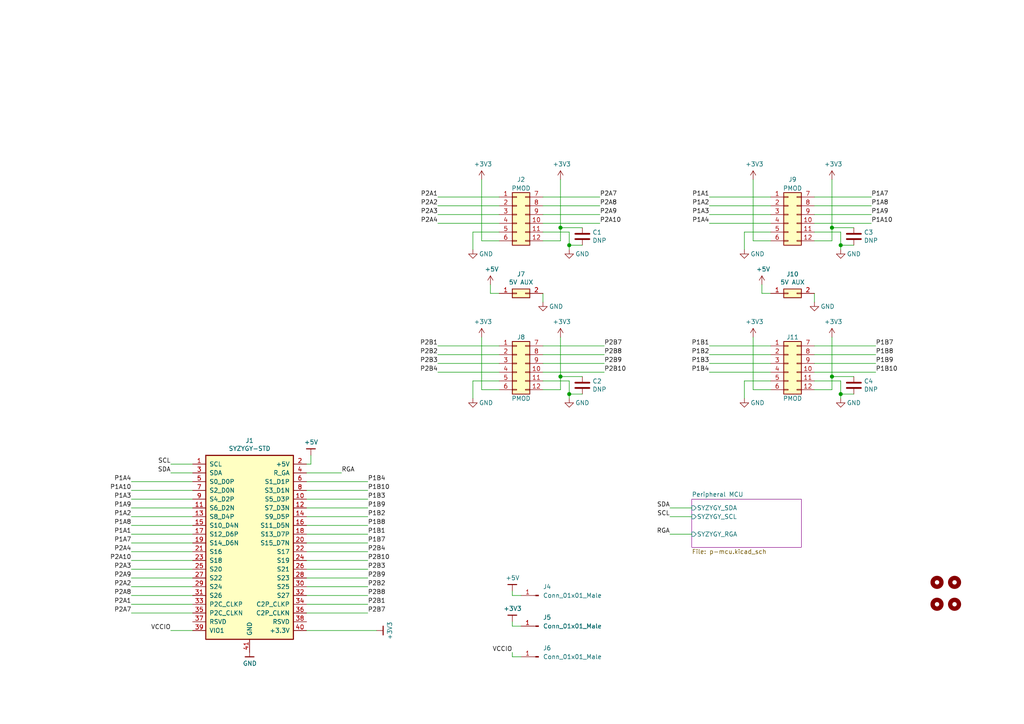
<source format=kicad_sch>
(kicad_sch (version 20201015) (generator eeschema)
  (paper "A4")
  (title_block (title "SYZYGY PMOD Breakout") (date "2020-12-16") (rev "r1.0") (company "GsD - @gregdavill") (comment 1 "SYZYGY Pod"))
  (lib_symbols
    (symbol "Connector:Conn_01x01_Male" (pin_names (offset 1.016) hide)
      (property "Reference" "J" (at 0 2.54 0))
      (property "Value" "Conn_01x01_Male" (at 0 -2.54 0))
      (symbol "Conn_01x01_Male_1_1"
        (rectangle (start 0.8636 0.127) (end 0 -0.127) (stroke (width 0.1524)) (fill (type outline)))
        (polyline (pts (xy 1.27 0) (xy 0.8636 0)) (stroke (width 0.1524)))
        (pin passive line (at 5.08 0 180) (length 3.81) (name "Pin_1") (number "1"))
      )
    )
    (symbol "Connector_Generic:Conn_02x01" (pin_names (offset 1.016) hide)
      (property "Reference" "J" (at 1.27 2.54 0))
      (property "Value" "Conn_02x01" (at 1.27 -2.54 0))
      (symbol "Conn_02x01_1_1"
        (rectangle (start -1.27 0.127) (end 0 -0.127) (stroke (width 0.1524)))
        (rectangle (start -1.27 1.27) (end 3.81 -1.27) (stroke (width 0.254)) (fill (type background)))
        (rectangle (start 3.81 0.127) (end 2.54 -0.127) (stroke (width 0.1524)))
        (pin passive line (at -5.08 0 0) (length 3.81) (name "Pin_1") (number "1"))
        (pin passive line (at 7.62 0 180) (length 3.81) (name "Pin_2") (number "2"))
      )
    )
    (symbol "Connector_Generic:Conn_02x06_Top_Bottom" (pin_names (offset 1.016) hide)
      (property "Reference" "J" (at 1.27 7.62 0))
      (property "Value" "Conn_02x06_Top_Bottom" (at 1.27 -10.16 0))
      (symbol "Conn_02x06_Top_Bottom_1_1"
        (rectangle (start -1.27 -4.953) (end 0 -5.207) (stroke (width 0.1524)))
        (rectangle (start -1.27 -7.493) (end 0 -7.747) (stroke (width 0.1524)))
        (rectangle (start -1.27 -2.413) (end 0 -2.667) (stroke (width 0.1524)))
        (rectangle (start -1.27 2.667) (end 0 2.413) (stroke (width 0.1524)))
        (rectangle (start -1.27 5.207) (end 0 4.953) (stroke (width 0.1524)))
        (rectangle (start -1.27 6.35) (end 3.81 -8.89) (stroke (width 0.254)) (fill (type background)))
        (rectangle (start -1.27 0.127) (end 0 -0.127) (stroke (width 0.1524)))
        (rectangle (start 3.81 -4.953) (end 2.54 -5.207) (stroke (width 0.1524)))
        (rectangle (start 3.81 -7.493) (end 2.54 -7.747) (stroke (width 0.1524)))
        (rectangle (start 3.81 -2.413) (end 2.54 -2.667) (stroke (width 0.1524)))
        (rectangle (start 3.81 2.667) (end 2.54 2.413) (stroke (width 0.1524)))
        (rectangle (start 3.81 5.207) (end 2.54 4.953) (stroke (width 0.1524)))
        (rectangle (start 3.81 0.127) (end 2.54 -0.127) (stroke (width 0.1524)))
        (pin passive line (at -5.08 5.08 0) (length 3.81) (name "Pin_1") (number "1"))
        (pin passive line (at 7.62 -2.54 180) (length 3.81) (name "Pin_10") (number "10"))
        (pin passive line (at 7.62 -5.08 180) (length 3.81) (name "Pin_11") (number "11"))
        (pin passive line (at 7.62 -7.62 180) (length 3.81) (name "Pin_12") (number "12"))
        (pin passive line (at -5.08 2.54 0) (length 3.81) (name "Pin_2") (number "2"))
        (pin passive line (at -5.08 0 0) (length 3.81) (name "Pin_3") (number "3"))
        (pin passive line (at -5.08 -2.54 0) (length 3.81) (name "Pin_4") (number "4"))
        (pin passive line (at -5.08 -5.08 0) (length 3.81) (name "Pin_5") (number "5"))
        (pin passive line (at -5.08 -7.62 0) (length 3.81) (name "Pin_6") (number "6"))
        (pin passive line (at 7.62 5.08 180) (length 3.81) (name "Pin_7") (number "7"))
        (pin passive line (at 7.62 2.54 180) (length 3.81) (name "Pin_8") (number "8"))
        (pin passive line (at 7.62 0 180) (length 3.81) (name "Pin_9") (number "9"))
      )
    )
    (symbol "Mechanical:MountingHole" (pin_names (offset 1.016))
      (property "Reference" "H" (at 0 5.08 0))
      (property "Value" "MountingHole" (at 0 3.175 0))
      (symbol "MountingHole_0_1"
        (circle (center 0 0) (radius 1.27) (stroke (width 1.27)))
      )
    )
    (symbol "gkl_power:+3V3" (power) (pin_names (offset 0))
      (property "Value" "+3V3" (at 0 3.556 0))
      (symbol "+3V3_0_1"
        (polyline (pts (xy -1.27 1.905) (xy 1.27 1.905)) (stroke (width 0.3048)))
        (polyline (pts (xy 0 0) (xy 0 1.905)))
      )
      (symbol "+3V3_1_1"
        (pin power_in line (at 0 0 90) (length 0) hide (name "+3V3") (number "1"))
      )
    )
    (symbol "gkl_power:+5V" (power) (pin_names (offset 0))
      (property "Value" "+5V" (at 0 3.175 0))
      (symbol "+5V_0_1"
        (polyline (pts (xy -1.27 1.905) (xy 1.27 1.905)) (stroke (width 0.3048)))
        (polyline (pts (xy 0 0) (xy 0 1.905)))
      )
      (symbol "+5V_1_1"
        (pin power_in line (at 0 0 90) (length 0) hide (name "+5V") (number "1"))
      )
    )
    (symbol "gkl_power:GND" (power) (pin_names (offset 0))
      (property "Value" "GND" (at 0 -2.54 0))
      (symbol "GND_0_1"
        (polyline (pts (xy 0 -1.27) (xy 0 0)))
        (polyline (pts (xy 1.27 -1.27) (xy -1.27 -1.27)) (stroke (width 0.3048)))
      )
      (symbol "GND_1_1"
        (pin power_in line (at 0 0 270) (length 0) hide (name "GND") (number "1"))
      )
    )
    (symbol "gsd-kicad:SYZYGY-STD" (pin_names (offset 1.016))
      (property "Reference" "J" (at 0 27.94 0))
      (property "Value" "SYZYGY-STD" (at 0 25.4 0))
      (symbol "SYZYGY-STD_0_1"
        (rectangle (start -12.7 24.13) (end 12.7 -29.21) (stroke (width 0.3302)) (fill (type background)))
      )
      (symbol "SYZYGY-STD_1_1"
        (pin input line (at -16.51 21.59 0) (length 3.81) (name "SCL") (number "1"))
        (pin input line (at 16.51 11.43 180) (length 3.81) (name "S5_D3P") (number "10"))
        (pin input line (at -16.51 8.89 0) (length 3.81) (name "S6_D2N") (number "11"))
        (pin input line (at 16.51 8.89 180) (length 3.81) (name "S7_D3N") (number "12"))
        (pin input line (at -16.51 6.35 0) (length 3.81) (name "S8_D4P") (number "13"))
        (pin input line (at 16.51 6.35 180) (length 3.81) (name "S9_D5P") (number "14"))
        (pin input line (at -16.51 3.81 0) (length 3.81) (name "S10_D4N") (number "15"))
        (pin input line (at 16.51 3.81 180) (length 3.81) (name "S11_D5N") (number "16"))
        (pin input line (at -16.51 1.27 0) (length 3.81) (name "S12_D6P") (number "17"))
        (pin input line (at 16.51 1.27 180) (length 3.81) (name "S13_D7P") (number "18"))
        (pin input line (at -16.51 -1.27 0) (length 3.81) (name "S14_D6N") (number "19"))
        (pin input line (at 16.51 21.59 180) (length 3.81) (name "+5V") (number "2"))
        (pin input line (at 16.51 -1.27 180) (length 3.81) (name "S15_D7N") (number "20"))
        (pin input line (at -16.51 -3.81 0) (length 3.81) (name "S16") (number "21"))
        (pin input line (at 16.51 -3.81 180) (length 3.81) (name "S17") (number "22"))
        (pin input line (at -16.51 -6.35 0) (length 3.81) (name "S18") (number "23"))
        (pin input line (at 16.51 -6.35 180) (length 3.81) (name "S19") (number "24"))
        (pin input line (at -16.51 -8.89 0) (length 3.81) (name "S20") (number "25"))
        (pin input line (at 16.51 -8.89 180) (length 3.81) (name "S21") (number "26"))
        (pin input line (at -16.51 -11.43 0) (length 3.81) (name "S22") (number "27"))
        (pin input line (at 16.51 -11.43 180) (length 3.81) (name "S23") (number "28"))
        (pin input line (at -16.51 -13.97 0) (length 3.81) (name "S24") (number "29"))
        (pin input line (at -16.51 19.05 0) (length 3.81) (name "SDA") (number "3"))
        (pin input line (at 16.51 -13.97 180) (length 3.81) (name "S25") (number "30"))
        (pin input line (at -16.51 -16.51 0) (length 3.81) (name "S26") (number "31"))
        (pin input line (at 16.51 -16.51 180) (length 3.81) (name "S27") (number "32"))
        (pin input line (at -16.51 -19.05 0) (length 3.81) (name "P2C_CLKP") (number "33"))
        (pin input line (at 16.51 -19.05 180) (length 3.81) (name "C2P_CLKP") (number "34"))
        (pin input line (at -16.51 -21.59 0) (length 3.81) (name "P2C_CLKN") (number "35"))
        (pin input line (at 16.51 -21.59 180) (length 3.81) (name "C2P_CLKN") (number "36"))
        (pin input line (at -16.51 -24.13 0) (length 3.81) (name "RSVD") (number "37"))
        (pin input line (at 16.51 -24.13 180) (length 3.81) (name "RSVD") (number "38"))
        (pin input line (at -16.51 -26.67 0) (length 3.81) (name "VIO1") (number "39"))
        (pin input line (at 16.51 19.05 180) (length 3.81) (name "R_GA") (number "4"))
        (pin input line (at 16.51 -26.67 180) (length 3.81) (name "+3.3V") (number "40"))
        (pin input line (at 0 -33.02 90) (length 3.81) (name "GND") (number "41"))
        (pin input line (at -16.51 16.51 0) (length 3.81) (name "S0_D0P") (number "5"))
        (pin input line (at 16.51 16.51 180) (length 3.81) (name "S1_D1P") (number "6"))
        (pin input line (at -16.51 13.97 0) (length 3.81) (name "S2_D0N") (number "7"))
        (pin input line (at 16.51 13.97 180) (length 3.81) (name "S3_D1N") (number "8"))
        (pin input line (at -16.51 11.43 0) (length 3.81) (name "S4_D2P") (number "9"))
      )
    )
    (symbol "icebreaker-rescue:pkl_C-pkl_device" (pin_numbers hide) (pin_names (offset 0.254))
      (property "Reference" "C" (at 0.635 2.54 0))
      (property "Value" "pkl_C-pkl_device" (at 0.635 -2.54 0))
      (symbol "pkl_C-pkl_device_0_1"
        (polyline (pts (xy -2.032 -0.762) (xy 2.032 -0.762)) (stroke (width 0.508)))
        (polyline (pts (xy -2.032 0.762) (xy 2.032 0.762)) (stroke (width 0.508)))
      )
      (symbol "pkl_C-pkl_device_1_1"
        (pin passive line (at 0 2.54 270) (length 1.524) (name "~") (number "1"))
        (pin passive line (at 0 -2.54 90) (length 1.524) (name "~") (number "2"))
      )
    )
    (symbol "power:+3V3" (power) (pin_names (offset 0))
      (property "Value" "+3V3" (at 0 3.556 0))
      (symbol "+3V3_0_1"
        (polyline (pts (xy -0.762 1.27) (xy 0 2.54)))
        (polyline (pts (xy 0 0) (xy 0 2.54)))
        (polyline (pts (xy 0 2.54) (xy 0.762 1.27)))
      )
      (symbol "+3V3_1_1"
        (pin power_in line (at 0 0 90) (length 0) hide (name "+3V3") (number "1"))
      )
    )
    (symbol "power:+5V" (power) (pin_names (offset 0))
      (property "Value" "+5V" (at 0 3.556 0))
      (symbol "+5V_0_1"
        (polyline (pts (xy -0.762 1.27) (xy 0 2.54)))
        (polyline (pts (xy 0 0) (xy 0 2.54)))
        (polyline (pts (xy 0 2.54) (xy 0.762 1.27)))
      )
      (symbol "+5V_1_1"
        (pin power_in line (at 0 0 90) (length 0) hide (name "+5V") (number "1"))
      )
    )
    (symbol "power:GND" (power) (pin_names (offset 0))
      (property "Value" "GND" (at 0 -3.81 0))
      (symbol "GND_0_1"
        (polyline (pts (xy 0 0) (xy 0 -1.27) (xy 1.27 -1.27) (xy 0 -2.54) (xy -1.27 -1.27) (xy 0 -1.27)))
      )
      (symbol "GND_1_1"
        (pin power_in line (at 0 0 270) (length 0) hide (name "GND") (number "1"))
      )
    )
  )
  (bus_alias "GPDI" (members "CK_N" "CK_P" "D0_N" "D0_P" "D1_N" "D1_P" "D2_N" "D2_P"))
  (junction (at 162.56 66.04) (diameter 1.016))
  (junction (at 162.56 109.22) (diameter 1.016))
  (junction (at 165.1 71.12) (diameter 1.016))
  (junction (at 165.1 114.3) (diameter 1.016))
  (junction (at 241.3 66.04) (diameter 1.016))
  (junction (at 241.3 109.22) (diameter 1.016))
  (junction (at 243.84 71.12) (diameter 1.016))
  (junction (at 243.84 114.3) (diameter 1.016))
  (wire (pts (xy 38.1 139.7) (xy 55.88 139.7)))
  (wire (pts (xy 38.1 144.78) (xy 55.88 144.78)))
  (wire (pts (xy 38.1 149.86) (xy 55.88 149.86)))
  (wire (pts (xy 38.1 154.94) (xy 55.88 154.94)))
  (wire (pts (xy 38.1 160.02) (xy 55.88 160.02)))
  (wire (pts (xy 38.1 165.1) (xy 55.88 165.1)))
  (wire (pts (xy 38.1 170.18) (xy 55.88 170.18)))
  (wire (pts (xy 38.1 175.26) (xy 55.88 175.26)))
  (wire (pts (xy 55.88 134.62) (xy 49.53 134.62)))
  (wire (pts (xy 55.88 137.16) (xy 49.53 137.16)))
  (wire (pts (xy 55.88 142.24) (xy 38.1 142.24)))
  (wire (pts (xy 55.88 147.32) (xy 38.1 147.32)))
  (wire (pts (xy 55.88 152.4) (xy 38.1 152.4)))
  (wire (pts (xy 55.88 157.48) (xy 38.1 157.48)))
  (wire (pts (xy 55.88 162.56) (xy 38.1 162.56)))
  (wire (pts (xy 55.88 167.64) (xy 38.1 167.64)))
  (wire (pts (xy 55.88 172.72) (xy 38.1 172.72)))
  (wire (pts (xy 55.88 177.8) (xy 38.1 177.8)))
  (wire (pts (xy 55.88 182.88) (xy 49.53 182.88)))
  (wire (pts (xy 88.9 134.62) (xy 90.17 134.62)))
  (wire (pts (xy 88.9 137.16) (xy 99.06 137.16)))
  (wire (pts (xy 88.9 142.24) (xy 106.68 142.24)))
  (wire (pts (xy 88.9 147.32) (xy 106.68 147.32)))
  (wire (pts (xy 88.9 152.4) (xy 106.68 152.4)))
  (wire (pts (xy 88.9 157.48) (xy 106.68 157.48)))
  (wire (pts (xy 88.9 162.56) (xy 106.68 162.56)))
  (wire (pts (xy 88.9 167.64) (xy 106.68 167.64)))
  (wire (pts (xy 88.9 172.72) (xy 106.68 172.72)))
  (wire (pts (xy 88.9 177.8) (xy 106.68 177.8)))
  (wire (pts (xy 88.9 182.88) (xy 109.22 182.88)))
  (wire (pts (xy 90.17 134.62) (xy 90.17 132.08)))
  (wire (pts (xy 106.68 139.7) (xy 88.9 139.7)))
  (wire (pts (xy 106.68 144.78) (xy 88.9 144.78)))
  (wire (pts (xy 106.68 149.86) (xy 88.9 149.86)))
  (wire (pts (xy 106.68 154.94) (xy 88.9 154.94)))
  (wire (pts (xy 106.68 160.02) (xy 88.9 160.02)))
  (wire (pts (xy 106.68 165.1) (xy 88.9 165.1)))
  (wire (pts (xy 106.68 170.18) (xy 88.9 170.18)))
  (wire (pts (xy 106.68 175.26) (xy 88.9 175.26)))
  (wire (pts (xy 127 57.15) (xy 144.78 57.15)))
  (wire (pts (xy 127 59.69) (xy 144.78 59.69)))
  (wire (pts (xy 127 62.23) (xy 144.78 62.23)))
  (wire (pts (xy 127 64.77) (xy 144.78 64.77)))
  (wire (pts (xy 127 100.33) (xy 144.78 100.33)))
  (wire (pts (xy 127 102.87) (xy 144.78 102.87)))
  (wire (pts (xy 127 105.41) (xy 144.78 105.41)))
  (wire (pts (xy 127 107.95) (xy 144.78 107.95)))
  (wire (pts (xy 137.16 67.31) (xy 137.16 72.39)))
  (wire (pts (xy 137.16 110.49) (xy 144.78 110.49)))
  (wire (pts (xy 137.16 115.57) (xy 137.16 110.49)))
  (wire (pts (xy 139.7 69.85) (xy 139.7 52.07)))
  (wire (pts (xy 139.7 113.03) (xy 139.7 97.79)))
  (wire (pts (xy 139.7 113.03) (xy 144.78 113.03)))
  (wire (pts (xy 142.24 85.09) (xy 142.24 82.55)))
  (wire (pts (xy 144.78 67.31) (xy 137.16 67.31)))
  (wire (pts (xy 144.78 69.85) (xy 139.7 69.85)))
  (wire (pts (xy 144.78 85.09) (xy 142.24 85.09)))
  (wire (pts (xy 148.59 172.72) (xy 148.59 171.45)))
  (wire (pts (xy 148.59 181.61) (xy 148.59 180.34)))
  (wire (pts (xy 148.59 190.5) (xy 148.59 189.23)))
  (wire (pts (xy 151.13 172.72) (xy 148.59 172.72)))
  (wire (pts (xy 151.13 181.61) (xy 148.59 181.61)))
  (wire (pts (xy 151.13 190.5) (xy 148.59 190.5)))
  (wire (pts (xy 157.48 57.15) (xy 173.99 57.15)))
  (wire (pts (xy 157.48 59.69) (xy 173.99 59.69)))
  (wire (pts (xy 157.48 62.23) (xy 173.99 62.23)))
  (wire (pts (xy 157.48 64.77) (xy 173.99 64.77)))
  (wire (pts (xy 157.48 67.31) (xy 165.1 67.31)))
  (wire (pts (xy 157.48 69.85) (xy 162.56 69.85)))
  (wire (pts (xy 157.48 85.09) (xy 157.48 87.63)))
  (wire (pts (xy 157.48 100.33) (xy 175.26 100.33)))
  (wire (pts (xy 157.48 102.87) (xy 175.26 102.87)))
  (wire (pts (xy 157.48 105.41) (xy 175.26 105.41)))
  (wire (pts (xy 157.48 107.95) (xy 175.26 107.95)))
  (wire (pts (xy 162.56 66.04) (xy 162.56 52.07)))
  (wire (pts (xy 162.56 66.04) (xy 168.91 66.04)))
  (wire (pts (xy 162.56 69.85) (xy 162.56 66.04)))
  (wire (pts (xy 162.56 109.22) (xy 162.56 97.79)))
  (wire (pts (xy 162.56 109.22) (xy 168.91 109.22)))
  (wire (pts (xy 162.56 113.03) (xy 157.48 113.03)))
  (wire (pts (xy 162.56 113.03) (xy 162.56 109.22)))
  (wire (pts (xy 165.1 67.31) (xy 165.1 71.12)))
  (wire (pts (xy 165.1 71.12) (xy 165.1 72.39)))
  (wire (pts (xy 165.1 71.12) (xy 168.91 71.12)))
  (wire (pts (xy 165.1 110.49) (xy 157.48 110.49)))
  (wire (pts (xy 165.1 110.49) (xy 165.1 114.3)))
  (wire (pts (xy 165.1 114.3) (xy 165.1 115.57)))
  (wire (pts (xy 165.1 114.3) (xy 168.91 114.3)))
  (wire (pts (xy 200.66 147.32) (xy 194.31 147.32)))
  (wire (pts (xy 200.66 149.86) (xy 194.31 149.86)))
  (wire (pts (xy 200.66 154.94) (xy 194.31 154.94)))
  (wire (pts (xy 205.74 57.15) (xy 223.52 57.15)))
  (wire (pts (xy 205.74 59.69) (xy 223.52 59.69)))
  (wire (pts (xy 205.74 62.23) (xy 223.52 62.23)))
  (wire (pts (xy 205.74 64.77) (xy 223.52 64.77)))
  (wire (pts (xy 205.74 100.33) (xy 223.52 100.33)))
  (wire (pts (xy 205.74 102.87) (xy 223.52 102.87)))
  (wire (pts (xy 205.74 105.41) (xy 223.52 105.41)))
  (wire (pts (xy 205.74 107.95) (xy 223.52 107.95)))
  (wire (pts (xy 215.9 67.31) (xy 215.9 72.39)))
  (wire (pts (xy 215.9 110.49) (xy 223.52 110.49)))
  (wire (pts (xy 215.9 115.57) (xy 215.9 110.49)))
  (wire (pts (xy 218.44 69.85) (xy 218.44 52.07)))
  (wire (pts (xy 218.44 113.03) (xy 218.44 97.79)))
  (wire (pts (xy 218.44 113.03) (xy 223.52 113.03)))
  (wire (pts (xy 220.98 85.09) (xy 220.98 82.55)))
  (wire (pts (xy 223.52 67.31) (xy 215.9 67.31)))
  (wire (pts (xy 223.52 69.85) (xy 218.44 69.85)))
  (wire (pts (xy 223.52 85.09) (xy 220.98 85.09)))
  (wire (pts (xy 236.22 57.15) (xy 252.73 57.15)))
  (wire (pts (xy 236.22 59.69) (xy 252.73 59.69)))
  (wire (pts (xy 236.22 62.23) (xy 252.73 62.23)))
  (wire (pts (xy 236.22 64.77) (xy 252.73 64.77)))
  (wire (pts (xy 236.22 67.31) (xy 243.84 67.31)))
  (wire (pts (xy 236.22 69.85) (xy 241.3 69.85)))
  (wire (pts (xy 236.22 85.09) (xy 236.22 87.63)))
  (wire (pts (xy 236.22 100.33) (xy 254 100.33)))
  (wire (pts (xy 236.22 102.87) (xy 254 102.87)))
  (wire (pts (xy 236.22 105.41) (xy 254 105.41)))
  (wire (pts (xy 236.22 107.95) (xy 254 107.95)))
  (wire (pts (xy 241.3 66.04) (xy 241.3 52.07)))
  (wire (pts (xy 241.3 66.04) (xy 247.65 66.04)))
  (wire (pts (xy 241.3 69.85) (xy 241.3 66.04)))
  (wire (pts (xy 241.3 109.22) (xy 241.3 97.79)))
  (wire (pts (xy 241.3 109.22) (xy 247.65 109.22)))
  (wire (pts (xy 241.3 113.03) (xy 236.22 113.03)))
  (wire (pts (xy 241.3 113.03) (xy 241.3 109.22)))
  (wire (pts (xy 243.84 67.31) (xy 243.84 71.12)))
  (wire (pts (xy 243.84 71.12) (xy 243.84 72.39)))
  (wire (pts (xy 243.84 71.12) (xy 247.65 71.12)))
  (wire (pts (xy 243.84 110.49) (xy 236.22 110.49)))
  (wire (pts (xy 243.84 110.49) (xy 243.84 114.3)))
  (wire (pts (xy 243.84 114.3) (xy 243.84 115.57)))
  (wire (pts (xy 243.84 114.3) (xy 247.65 114.3)))
  (label "P1A4" (at 38.1 139.7 180))
  (label "P1A10" (at 38.1 142.24 180))
  (label "P1A3" (at 38.1 144.78 180))
  (label "P1A9" (at 38.1 147.32 180))
  (label "P1A2" (at 38.1 149.86 180))
  (label "P1A8" (at 38.1 152.4 180))
  (label "P1A1" (at 38.1 154.94 180))
  (label "P1A7" (at 38.1 157.48 180))
  (label "P2A4" (at 38.1 160.02 180))
  (label "P2A10" (at 38.1 162.56 180))
  (label "P2A3" (at 38.1 165.1 180))
  (label "P2A9" (at 38.1 167.64 180))
  (label "P2A2" (at 38.1 170.18 180))
  (label "P2A8" (at 38.1 172.72 180))
  (label "P2A1" (at 38.1 175.26 180))
  (label "P2A7" (at 38.1 177.8 180))
  (label "SCL" (at 49.53 134.62 180))
  (label "SDA" (at 49.53 137.16 180))
  (label "VCCIO" (at 49.53 182.88 180))
  (label "RGA" (at 99.06 137.16 0))
  (label "P1B4" (at 106.68 139.7 0))
  (label "P1B10" (at 106.68 142.24 0))
  (label "P1B3" (at 106.68 144.78 0))
  (label "P1B9" (at 106.68 147.32 0))
  (label "P1B2" (at 106.68 149.86 0))
  (label "P1B8" (at 106.68 152.4 0))
  (label "P1B1" (at 106.68 154.94 0))
  (label "P1B7" (at 106.68 157.48 0))
  (label "P2B4" (at 106.68 160.02 0))
  (label "P2B10" (at 106.68 162.56 0))
  (label "P2B3" (at 106.68 165.1 0))
  (label "P2B9" (at 106.68 167.64 0))
  (label "P2B2" (at 106.68 170.18 0))
  (label "P2B8" (at 106.68 172.72 0))
  (label "P2B1" (at 106.68 175.26 0))
  (label "P2B7" (at 106.68 177.8 0))
  (label "P2A1" (at 127 57.15 180))
  (label "P2A2" (at 127 59.69 180))
  (label "P2A3" (at 127 62.23 180))
  (label "P2A4" (at 127 64.77 180))
  (label "P2B1" (at 127 100.33 180))
  (label "P2B2" (at 127 102.87 180))
  (label "P2B3" (at 127 105.41 180))
  (label "P2B4" (at 127 107.95 180))
  (label "VCCIO" (at 148.59 189.23 180))
  (label "P2A7" (at 173.99 57.15 0))
  (label "P2A8" (at 173.99 59.69 0))
  (label "P2A9" (at 173.99 62.23 0))
  (label "P2A10" (at 173.99 64.77 0))
  (label "P2B7" (at 175.26 100.33 0))
  (label "P2B8" (at 175.26 102.87 0))
  (label "P2B9" (at 175.26 105.41 0))
  (label "P2B10" (at 175.26 107.95 0))
  (label "SDA" (at 194.31 147.32 180))
  (label "SCL" (at 194.31 149.86 180))
  (label "RGA" (at 194.31 154.94 180))
  (label "P1A1" (at 205.74 57.15 180))
  (label "P1A2" (at 205.74 59.69 180))
  (label "P1A3" (at 205.74 62.23 180))
  (label "P1A4" (at 205.74 64.77 180))
  (label "P1B1" (at 205.74 100.33 180))
  (label "P1B2" (at 205.74 102.87 180))
  (label "P1B3" (at 205.74 105.41 180))
  (label "P1B4" (at 205.74 107.95 180))
  (label "P1A7" (at 252.73 57.15 0))
  (label "P1A8" (at 252.73 59.69 0))
  (label "P1A9" (at 252.73 62.23 0))
  (label "P1A10" (at 252.73 64.77 0))
  (label "P1B7" (at 254 100.33 0))
  (label "P1B8" (at 254 102.87 0))
  (label "P1B9" (at 254 105.41 0))
  (label "P1B10" (at 254 107.95 0))
  (symbol (lib_id "gkl_power:GND") (at 72.39 189.23 0) (unit 1)
    (property "Reference" "#PWR0104" (effects hide))
    (property "Value" "GND" (at 72.4662 192.4304 0))
  )
  (symbol (lib_id "power:+3V3") (at 139.7 52.07 0) (unit 1)
    (property "Reference" "#PWR0109" (effects hide))
    (property "Value" "+3V3" (at 140.081 47.5996 0))
  )
  (symbol (lib_id "power:+3V3") (at 139.7 97.79 0) (unit 1)
    (property "Reference" "#PWR0106" (effects hide))
    (property "Value" "+3V3" (at 140.081 93.3196 0))
  )
  (symbol (lib_id "power:+5V") (at 142.24 82.55 0) (unit 1)
    (property "Reference" "#PWR0107" (effects hide))
    (property "Value" "+5V" (at 142.621 78.0796 0))
  )
  (symbol (lib_id "power:+3V3") (at 162.56 52.07 0) (unit 1)
    (property "Reference" "#PWR0125" (effects hide))
    (property "Value" "+3V3" (at 162.941 47.5996 0))
  )
  (symbol (lib_id "power:+3V3") (at 162.56 97.79 0) (unit 1)
    (property "Reference" "#PWR0122" (effects hide))
    (property "Value" "+3V3" (at 162.941 93.3196 0))
  )
  (symbol (lib_id "power:+3V3") (at 218.44 52.07 0) (unit 1)
    (property "Reference" "#PWR0112" (effects hide))
    (property "Value" "+3V3" (at 218.821 47.5996 0))
  )
  (symbol (lib_id "power:+3V3") (at 218.44 97.79 0) (unit 1)
    (property "Reference" "#PWR0116" (effects hide))
    (property "Value" "+3V3" (at 218.821 93.3196 0))
  )
  (symbol (lib_id "power:+5V") (at 220.98 82.55 0) (unit 1)
    (property "Reference" "#PWR0114" (effects hide))
    (property "Value" "+5V" (at 221.361 78.0796 0))
  )
  (symbol (lib_id "power:+3V3") (at 241.3 52.07 0) (unit 1)
    (property "Reference" "#PWR0111" (effects hide))
    (property "Value" "+3V3" (at 241.681 47.5996 0))
  )
  (symbol (lib_id "power:+3V3") (at 241.3 97.79 0) (unit 1)
    (property "Reference" "#PWR0117" (effects hide))
    (property "Value" "+3V3" (at 241.681 93.3196 0))
  )
  (symbol (lib_id "gkl_power:+5V") (at 90.17 132.08 0) (unit 1)
    (property "Reference" "#PWR0102" (effects hide))
    (property "Value" "+5V" (at 90.2462 128.2446 0))
  )
  (symbol (lib_id "gkl_power:+3V3") (at 109.22 182.88 270) (unit 1)
    (property "Reference" "#PWR0103" (effects hide))
    (property "Value" "+3V3" (at 113.0554 182.9562 0))
  )
  (symbol (lib_id "gkl_power:+5V") (at 148.59 171.45 0) (unit 1)
    (property "Reference" "#PWR0101" (effects hide))
    (property "Value" "+5V" (at 148.6662 167.6146 0))
  )
  (symbol (lib_id "gkl_power:+3V3") (at 148.59 180.34 0) (unit 1)
    (property "Reference" "#PWR0105" (effects hide))
    (property "Value" "+3V3" (at 148.6662 176.5046 0))
  )
  (symbol (lib_id "power:GND") (at 137.16 72.39 0) (unit 1)
    (property "Reference" "#PWR0108" (effects hide))
    (property "Value" "GND" (at 140.97 73.66 0))
  )
  (symbol (lib_id "power:GND") (at 137.16 115.57 0) (unit 1)
    (property "Reference" "#PWR0110" (effects hide))
    (property "Value" "GND" (at 140.97 116.84 0))
  )
  (symbol (lib_id "power:GND") (at 157.48 87.63 0) (unit 1)
    (property "Reference" "#PWR0121" (effects hide))
    (property "Value" "GND" (at 161.29 88.9 0))
  )
  (symbol (lib_id "power:GND") (at 165.1 72.39 0) (unit 1)
    (property "Reference" "#PWR0124" (effects hide))
    (property "Value" "GND" (at 168.91 73.66 0))
  )
  (symbol (lib_id "power:GND") (at 165.1 115.57 0) (unit 1)
    (property "Reference" "#PWR0123" (effects hide))
    (property "Value" "GND" (at 168.91 116.84 0))
  )
  (symbol (lib_id "power:GND") (at 215.9 72.39 0) (unit 1)
    (property "Reference" "#PWR0113" (effects hide))
    (property "Value" "GND" (at 219.71 73.66 0))
  )
  (symbol (lib_id "power:GND") (at 215.9 115.57 0) (unit 1)
    (property "Reference" "#PWR0115" (effects hide))
    (property "Value" "GND" (at 219.71 116.84 0))
  )
  (symbol (lib_id "power:GND") (at 236.22 87.63 0) (unit 1)
    (property "Reference" "#PWR0118" (effects hide))
    (property "Value" "GND" (at 240.03 88.9 0))
  )
  (symbol (lib_id "power:GND") (at 243.84 72.39 0) (unit 1)
    (property "Reference" "#PWR0119" (effects hide))
    (property "Value" "GND" (at 247.65 73.66 0))
  )
  (symbol (lib_id "power:GND") (at 243.84 115.57 0) (unit 1)
    (property "Reference" "#PWR0120" (effects hide))
    (property "Value" "GND" (at 247.65 116.84 0))
  )
  (symbol (lib_id "Connector:Conn_01x01_Male") (at 156.21 172.72 180) (unit 1)
    (property "Reference" "J4" (at 157.48 170.18 0) (effects (justify right)))
    (property "Value" "Conn_01x01_Male" (at 157.48 172.72 0) (effects (justify right)))
    (property "Footprint" "Connector_PinHeader_2.54mm:PinHeader_1x01_P2.54mm_Vertical" (effects hide))
  )
  (symbol (lib_id "Connector:Conn_01x01_Male") (at 156.21 181.61 180) (unit 1)
    (property "Reference" "J5" (at 157.48 179.07 0) (effects (justify right)))
    (property "Value" "Conn_01x01_Male" (at 157.48 181.61 0) (effects (justify right)))
    (property "Footprint" "Connector_PinHeader_2.54mm:PinHeader_1x01_P2.54mm_Vertical" (effects hide))
  )
  (symbol (lib_id "Connector:Conn_01x01_Male") (at 156.21 190.5 180) (unit 1)
    (property "Reference" "J6" (at 157.48 187.96 0) (effects (justify right)))
    (property "Value" "Conn_01x01_Male" (at 157.48 190.5 0) (effects (justify right)))
    (property "Footprint" "Connector_PinHeader_2.54mm:PinHeader_1x01_P2.54mm_Vertical" (effects hide))
  )
  (symbol (lib_id "Mechanical:MountingHole") (at 271.78 168.91 0) (unit 1) (in_bom no)
    (property "Reference" "H1" (effects hide))
    (property "Value" "MountingHole" (effects hide))
    (property "Footprint" "MountingHole:MountingHole_3.2mm_M3_DIN965" (effects hide))
  )
  (symbol (lib_id "Mechanical:MountingHole") (at 271.78 175.26 0) (unit 1) (in_bom no)
    (property "Reference" "H2" (effects hide))
    (property "Value" "MountingHole" (effects hide))
    (property "Footprint" "MountingHole:MountingHole_3.2mm_M3_DIN965" (effects hide))
  )
  (symbol (lib_id "Mechanical:MountingHole") (at 276.86 168.91 0) (unit 1) (in_bom no)
    (property "Reference" "H3" (effects hide))
    (property "Value" "MountingHole" (effects hide))
    (property "Footprint" "MountingHole:MountingHole_3.2mm_M3_DIN965" (effects hide))
  )
  (symbol (lib_id "Mechanical:MountingHole") (at 276.86 175.26 0) (unit 1) (in_bom no)
    (property "Reference" "H4" (effects hide))
    (property "Value" "MountingHole" (effects hide))
    (property "Footprint" "MountingHole:MountingHole_3.2mm_M3_DIN965" (effects hide))
  )
  (symbol (lib_id "icebreaker-rescue:pkl_C-pkl_device") (at 168.91 68.58 0) (mirror x) (unit 1)
    (property "Reference" "C1" (at 171.831 67.3862 0) (effects (justify left)))
    (property "Value" "DNP" (at 171.831 69.7484 0) (effects (justify left)))
    (property "Footprint" "Capacitor_SMD:C_0603_1608Metric" (effects hide))
    (property "Key" "cap-cer-0603-10u" (effects hide))
    (property "Source" "ANY" (effects hide))
    (property "DNP" "YES" (effects hide))
  )
  (symbol (lib_id "icebreaker-rescue:pkl_C-pkl_device") (at 168.91 111.76 0) (mirror x) (unit 1)
    (property "Reference" "C2" (at 171.831 110.5662 0) (effects (justify left)))
    (property "Value" "DNP" (at 171.831 112.9284 0) (effects (justify left)))
    (property "Footprint" "Capacitor_SMD:C_0603_1608Metric" (effects hide))
    (property "Key" "cap-cer-0603-10u" (effects hide))
    (property "Source" "ANY" (effects hide))
    (property "DNP" "YES" (effects hide))
  )
  (symbol (lib_id "icebreaker-rescue:pkl_C-pkl_device") (at 247.65 68.58 0) (mirror x) (unit 1)
    (property "Reference" "C3" (at 250.571 67.3862 0) (effects (justify left)))
    (property "Value" "DNP" (at 250.571 69.7484 0) (effects (justify left)))
    (property "Footprint" "Capacitor_SMD:C_0603_1608Metric" (effects hide))
    (property "Key" "cap-cer-0603-10u" (effects hide))
    (property "Source" "ANY" (effects hide))
    (property "DNP" "YES" (effects hide))
  )
  (symbol (lib_id "icebreaker-rescue:pkl_C-pkl_device") (at 247.65 111.76 0) (mirror x) (unit 1)
    (property "Reference" "C4" (at 250.571 110.5662 0) (effects (justify left)))
    (property "Value" "DNP" (at 250.571 112.9284 0) (effects (justify left)))
    (property "Footprint" "Capacitor_SMD:C_0603_1608Metric" (effects hide))
    (property "Key" "cap-cer-0603-10u" (effects hide))
    (property "Source" "ANY" (effects hide))
    (property "DNP" "YES" (effects hide))
  )
  (symbol (lib_id "Connector_Generic:Conn_02x01") (at 149.86 85.09 0) (unit 1)
    (property "Reference" "J7" (at 151.13 79.502 0))
    (property "Value" "5V AUX" (at 151.13 81.8642 0))
    (property "Footprint" "Connector_PinHeader_2.54mm:PinHeader_2x01_P2.54mm_Vertical" (effects hide))
    (property "Key" "conn-th-01in-2-1-hdr" (effects hide))
    (property "Source" "ANY" (effects hide))
  )
  (symbol (lib_id "Connector_Generic:Conn_02x01") (at 228.6 85.09 0) (unit 1)
    (property "Reference" "J10" (at 229.87 79.502 0))
    (property "Value" "5V AUX" (at 229.87 81.8642 0))
    (property "Footprint" "Connector_PinHeader_2.54mm:PinHeader_2x01_P2.54mm_Vertical" (effects hide))
    (property "Key" "conn-th-01in-2-1-hdr" (effects hide))
    (property "Source" "ANY" (effects hide))
  )
  (symbol (lib_id "Connector_Generic:Conn_02x06_Top_Bottom") (at 149.86 62.23 0) (unit 1)
    (property "Reference" "J2" (at 151.13 52.07 0))
    (property "Value" "PMOD" (at 151.13 54.61 0))
    (property "Footprint" "gsd-footprints:PMOD_Angled_2x06" (effects hide))
    (property "Key" "conn-th-01in-6-2-rec-ra" (effects hide))
    (property "Source" "ANY" (effects hide))
  )
  (symbol (lib_id "Connector_Generic:Conn_02x06_Top_Bottom") (at 149.86 105.41 0) (unit 1)
    (property "Reference" "J8" (at 151.13 97.79 0))
    (property "Value" "PMOD" (at 151.13 115.57 0))
    (property "Footprint" "gsd-footprints:PMOD_Angled_2x06" (effects hide))
    (property "Key" "conn-th-01in-6-2-rec-ra" (effects hide))
    (property "Source" "ANY" (effects hide))
  )
  (symbol (lib_id "Connector_Generic:Conn_02x06_Top_Bottom") (at 228.6 62.23 0) (unit 1)
    (property "Reference" "J9" (at 229.87 52.07 0))
    (property "Value" "PMOD" (at 229.87 54.61 0))
    (property "Footprint" "gsd-footprints:PMOD_Angled_2x06" (effects hide))
    (property "Key" "conn-th-01in-6-2-rec-ra" (effects hide))
    (property "Source" "ANY" (effects hide))
  )
  (symbol (lib_id "Connector_Generic:Conn_02x06_Top_Bottom") (at 228.6 105.41 0) (unit 1)
    (property "Reference" "J11" (at 229.87 97.79 0))
    (property "Value" "PMOD" (at 229.87 115.57 0))
    (property "Footprint" "gsd-footprints:PMOD_Angled_2x06" (effects hide))
    (property "Key" "conn-th-01in-6-2-rec-ra" (effects hide))
    (property "Source" "ANY" (effects hide))
  )
  (symbol (lib_id "gsd-kicad:SYZYGY-STD") (at 72.39 156.21 0) (unit 1)
    (property "Reference" "J1" (at 72.39 127.7874 0))
    (property "Value" "SYZYGY-STD" (at 72.39 130.0988 0))
    (property "Footprint" "gsd-footprints:SYZYGY-STD-POD" (effects hide))
    (property "Mfg" "Samtec Inc." (effects hide))
    (property "PN" "QTE-020-01-F-D-A" (effects hide))
  )
  (sheet (at 200.66 144.78) (size 31.75 13.97) (stroke (width 0.1524) (color 132 0 132 1)) (fill (color 255 255 255 1.0000))
    (property "Sheet name" "Peripheral MCU" (at 200.66 144.1445 0) (effects (justify left bottom)))
    (property "Sheet file" "p-mcu.kicad_sch" (at 200.66 159.2585 0) (effects (justify left top)))
    (pin "SYZYGY_SCL" input (at 200.66 149.86 180))
    (pin "SYZYGY_SDA" input (at 200.66 147.32 180))
    (pin "SYZYGY_RGA" input (at 200.66 154.94 180))
  )
)
</source>
